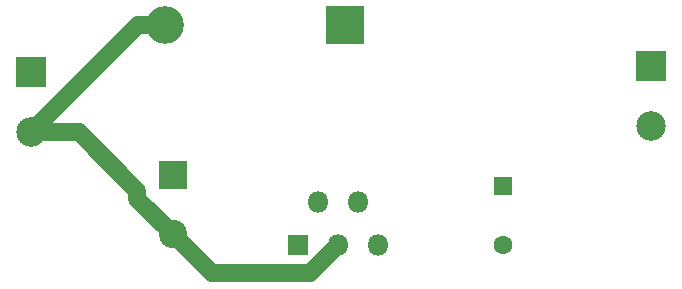
<source format=gbr>
%TF.GenerationSoftware,KiCad,Pcbnew,(6.0.2)*%
%TF.CreationDate,2022-02-27T23:15:49+03:00*%
%TF.ProjectId,LM2596_buck_5,4c4d3235-3936-45f6-9275-636b5f352e6b,v1.0*%
%TF.SameCoordinates,Original*%
%TF.FileFunction,Copper,L2,Bot*%
%TF.FilePolarity,Positive*%
%FSLAX46Y46*%
G04 Gerber Fmt 4.6, Leading zero omitted, Abs format (unit mm)*
G04 Created by KiCad (PCBNEW (6.0.2)) date 2022-02-27 23:15:49*
%MOMM*%
%LPD*%
G01*
G04 APERTURE LIST*
%TA.AperFunction,ComponentPad*%
%ADD10R,1.800000X1.800000*%
%TD*%
%TA.AperFunction,ComponentPad*%
%ADD11O,1.800000X1.800000*%
%TD*%
%TA.AperFunction,ComponentPad*%
%ADD12R,2.500000X2.500000*%
%TD*%
%TA.AperFunction,ComponentPad*%
%ADD13C,2.500000*%
%TD*%
%TA.AperFunction,ComponentPad*%
%ADD14O,3.200000X3.200000*%
%TD*%
%TA.AperFunction,ComponentPad*%
%ADD15R,3.200000X3.200000*%
%TD*%
%TA.AperFunction,ComponentPad*%
%ADD16R,1.600000X1.600000*%
%TD*%
%TA.AperFunction,ComponentPad*%
%ADD17C,1.600000*%
%TD*%
%TA.AperFunction,ComponentPad*%
%ADD18R,2.400000X2.400000*%
%TD*%
%TA.AperFunction,ComponentPad*%
%ADD19C,2.400000*%
%TD*%
%TA.AperFunction,Conductor*%
%ADD20C,1.500000*%
%TD*%
G04 APERTURE END LIST*
D10*
%TO.P,U1,1,VIN*%
%TO.N,VCC*%
X127600000Y-110650000D03*
D11*
%TO.P,U1,2,OUT*%
%TO.N,Net-(D1-Pad1)*%
X129300000Y-106950000D03*
%TO.P,U1,3,GND*%
%TO.N,GND*%
X131000000Y-110650000D03*
%TO.P,U1,4,FB*%
%TO.N,Net-(C2-Pad1)*%
X132700000Y-106950000D03*
%TO.P,U1,5,~{ON}/OFF*%
%TO.N,GND*%
X134400000Y-110650000D03*
%TD*%
D12*
%TO.P,J2,1,Pin_1*%
%TO.N,Net-(C2-Pad1)*%
X157480000Y-95455000D03*
D13*
%TO.P,J2,2,Pin_2*%
%TO.N,GND*%
X157480000Y-100535000D03*
%TD*%
%TO.P,J1,2,Pin_2*%
%TO.N,GND*%
X105000000Y-101080000D03*
D12*
%TO.P,J1,1,Pin_1*%
%TO.N,VCC*%
X105000000Y-96000000D03*
%TD*%
D14*
%TO.P,D1,2,A*%
%TO.N,GND*%
X116380000Y-92000000D03*
D15*
%TO.P,D1,1,K*%
%TO.N,Net-(D1-Pad1)*%
X131620000Y-92000000D03*
%TD*%
D16*
%TO.P,C2,1*%
%TO.N,Net-(C2-Pad1)*%
X145000000Y-105597349D03*
D17*
%TO.P,C2,2*%
%TO.N,GND*%
X145000000Y-110597349D03*
%TD*%
D18*
%TO.P,C1,1*%
%TO.N,VCC*%
X117000000Y-104676041D03*
D19*
%TO.P,C1,2*%
%TO.N,GND*%
X117000000Y-109676041D03*
%TD*%
D20*
%TO.N,GND*%
X114080000Y-92000000D02*
X105000000Y-101080000D01*
X116380000Y-92000000D02*
X114080000Y-92000000D01*
X105000000Y-101080000D02*
X107920000Y-101080000D01*
X107920000Y-101080000D02*
X109080000Y-101080000D01*
X114000000Y-106676041D02*
X117000000Y-109676041D01*
X109080000Y-101080000D02*
X114000000Y-106000000D01*
X114000000Y-106000000D02*
X114000000Y-106676041D01*
X128650000Y-113000000D02*
X131000000Y-110650000D01*
X120323959Y-113000000D02*
X128650000Y-113000000D01*
X117000000Y-109676041D02*
X120323959Y-113000000D01*
%TD*%
M02*

</source>
